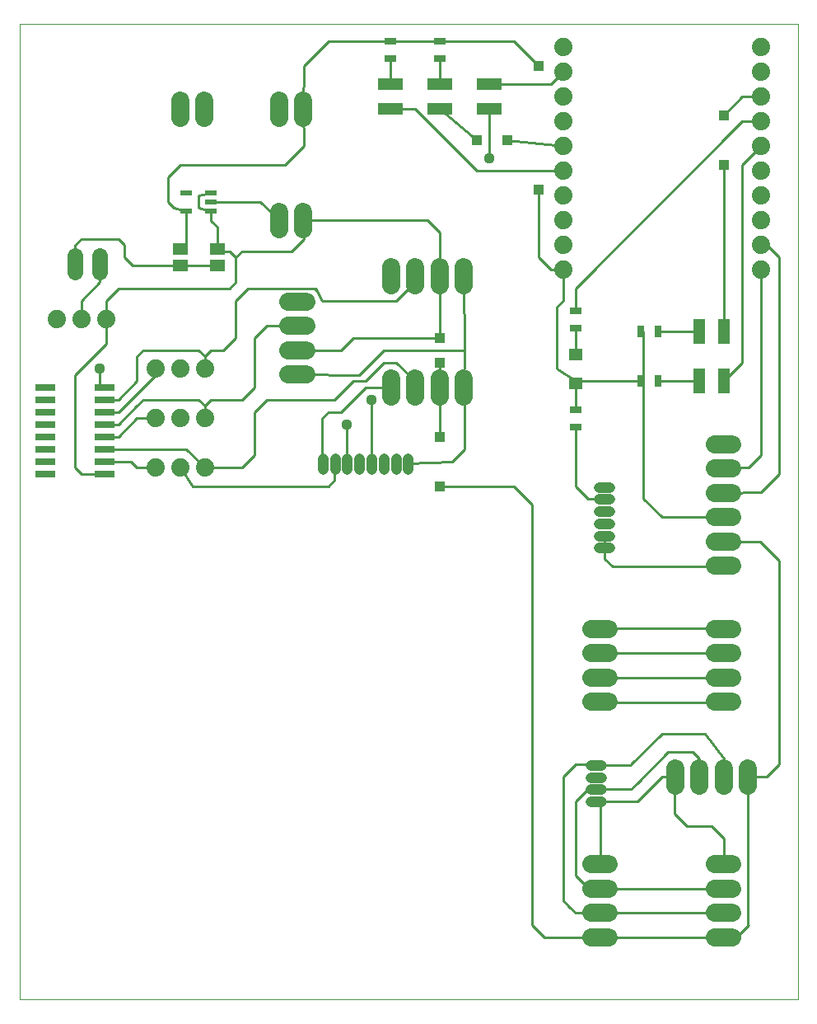
<source format=gtl>
G75*
%MOIN*%
%OFA0B0*%
%FSLAX25Y25*%
%IPPOS*%
%LPD*%
%AMOC8*
5,1,8,0,0,1.08239X$1,22.5*
%
%ADD10C,0.00000*%
%ADD11R,0.05906X0.05118*%
%ADD12C,0.07205*%
%ADD13C,0.06400*%
%ADD14C,0.04369*%
%ADD15C,0.07400*%
%ADD16R,0.05512X0.04724*%
%ADD17R,0.10000X0.05000*%
%ADD18R,0.05000X0.10000*%
%ADD19R,0.04724X0.02165*%
%ADD20R,0.08000X0.02600*%
%ADD21R,0.04724X0.03150*%
%ADD22R,0.03150X0.04724*%
%ADD23C,0.01000*%
%ADD24C,0.04400*%
%ADD25R,0.04362X0.04362*%
D10*
X0032595Y0001500D02*
X0032595Y0395831D01*
X0347556Y0395831D01*
X0347556Y0001500D01*
X0032595Y0001500D01*
D11*
X0097595Y0298154D03*
X0097595Y0304846D03*
X0112595Y0304846D03*
X0112595Y0298154D03*
D12*
X0137595Y0312898D02*
X0137595Y0320102D01*
X0147438Y0320102D02*
X0147438Y0312898D01*
X0148698Y0283685D02*
X0141493Y0283685D01*
X0141493Y0273843D02*
X0148698Y0273843D01*
X0148698Y0264000D02*
X0141493Y0264000D01*
X0141493Y0254157D02*
X0148698Y0254157D01*
X0182910Y0252602D02*
X0182910Y0245398D01*
X0192753Y0245398D02*
X0192753Y0252602D01*
X0202595Y0252602D02*
X0202595Y0245398D01*
X0212438Y0245398D02*
X0212438Y0252602D01*
X0212438Y0290398D02*
X0212438Y0297602D01*
X0202595Y0297602D02*
X0202595Y0290398D01*
X0192753Y0290398D02*
X0192753Y0297602D01*
X0182910Y0297602D02*
X0182910Y0290398D01*
X0147438Y0357898D02*
X0147438Y0365102D01*
X0137595Y0365102D02*
X0137595Y0357898D01*
X0107438Y0357898D02*
X0107438Y0365102D01*
X0097595Y0365102D02*
X0097595Y0357898D01*
X0263993Y0151343D02*
X0271198Y0151343D01*
X0271198Y0141500D02*
X0263993Y0141500D01*
X0263993Y0131657D02*
X0271198Y0131657D01*
X0271198Y0121815D02*
X0263993Y0121815D01*
X0297910Y0095102D02*
X0297910Y0087898D01*
X0307753Y0087898D02*
X0307753Y0095102D01*
X0317595Y0095102D02*
X0317595Y0087898D01*
X0327438Y0087898D02*
X0327438Y0095102D01*
X0321198Y0121815D02*
X0313993Y0121815D01*
X0313993Y0131657D02*
X0321198Y0131657D01*
X0321198Y0141500D02*
X0313993Y0141500D01*
X0313993Y0151343D02*
X0321198Y0151343D01*
X0321198Y0176815D02*
X0313993Y0176815D01*
X0313993Y0186657D02*
X0321198Y0186657D01*
X0321198Y0196500D02*
X0313993Y0196500D01*
X0313993Y0206343D02*
X0321198Y0206343D01*
X0321198Y0216185D02*
X0313993Y0216185D01*
X0313993Y0226028D02*
X0321198Y0226028D01*
X0321198Y0056185D02*
X0313993Y0056185D01*
X0313993Y0046343D02*
X0321198Y0046343D01*
X0321198Y0036500D02*
X0313993Y0036500D01*
X0313993Y0026657D02*
X0321198Y0026657D01*
X0271198Y0026657D02*
X0263993Y0026657D01*
X0263993Y0036500D02*
X0271198Y0036500D01*
X0271198Y0046343D02*
X0263993Y0046343D01*
X0263993Y0056185D02*
X0271198Y0056185D01*
D13*
X0065095Y0295800D02*
X0065095Y0302200D01*
X0055095Y0302200D02*
X0055095Y0295800D01*
D14*
X0155371Y0220456D02*
X0155371Y0216087D01*
X0160292Y0216087D02*
X0160292Y0220456D01*
X0165213Y0220456D02*
X0165213Y0216087D01*
X0170135Y0216087D02*
X0170135Y0220456D01*
X0175056Y0220456D02*
X0175056Y0216087D01*
X0179977Y0216087D02*
X0179977Y0220456D01*
X0184898Y0220456D02*
X0184898Y0216087D01*
X0189820Y0216087D02*
X0189820Y0220456D01*
X0267183Y0208803D02*
X0271551Y0208803D01*
X0271551Y0203882D02*
X0267183Y0203882D01*
X0267183Y0198961D02*
X0271551Y0198961D01*
X0271551Y0194039D02*
X0267183Y0194039D01*
X0267183Y0189118D02*
X0271551Y0189118D01*
X0271551Y0184197D02*
X0267183Y0184197D01*
X0268008Y0096382D02*
X0263639Y0096382D01*
X0263639Y0091461D02*
X0268008Y0091461D01*
X0268008Y0086539D02*
X0263639Y0086539D01*
X0263639Y0081618D02*
X0268008Y0081618D01*
D15*
X0107595Y0216500D03*
X0097595Y0216500D03*
X0087595Y0216500D03*
X0087595Y0236500D03*
X0097595Y0236500D03*
X0107595Y0236500D03*
X0107595Y0256500D03*
X0097595Y0256500D03*
X0087595Y0256500D03*
X0067595Y0276500D03*
X0057595Y0276500D03*
X0047595Y0276500D03*
X0252595Y0296500D03*
X0252595Y0306500D03*
X0252595Y0316500D03*
X0252595Y0326500D03*
X0252595Y0336500D03*
X0252595Y0346500D03*
X0252595Y0356500D03*
X0252595Y0366500D03*
X0252595Y0376500D03*
X0252595Y0386500D03*
X0332595Y0386500D03*
X0332595Y0376500D03*
X0332595Y0366500D03*
X0332595Y0356500D03*
X0332595Y0346500D03*
X0332595Y0336500D03*
X0332595Y0326500D03*
X0332595Y0316500D03*
X0332595Y0306500D03*
X0332595Y0296500D03*
D16*
X0257595Y0262406D03*
X0257595Y0250594D03*
D17*
X0222595Y0361500D03*
X0222595Y0371500D03*
X0202595Y0371500D03*
X0202595Y0361500D03*
X0182595Y0361500D03*
X0182595Y0371500D03*
D18*
X0307595Y0271500D03*
X0317595Y0271500D03*
X0317595Y0251500D03*
X0307595Y0251500D03*
D19*
X0110213Y0320260D03*
X0110213Y0324000D03*
X0110213Y0327740D03*
X0099977Y0327740D03*
X0099977Y0320260D03*
D20*
X0067195Y0249000D03*
X0067195Y0244000D03*
X0067195Y0239000D03*
X0067195Y0234000D03*
X0067195Y0229000D03*
X0067195Y0224000D03*
X0067195Y0219000D03*
X0067195Y0214000D03*
X0042995Y0214000D03*
X0042995Y0219000D03*
X0042995Y0224000D03*
X0042995Y0229000D03*
X0042995Y0234000D03*
X0042995Y0239000D03*
X0042995Y0244000D03*
X0042995Y0249000D03*
D21*
X0182595Y0381914D03*
X0182595Y0389000D03*
X0202595Y0389000D03*
X0202595Y0381914D03*
X0257595Y0280043D03*
X0257595Y0272957D03*
X0257595Y0240043D03*
X0257595Y0232957D03*
D22*
X0284052Y0251500D03*
X0291138Y0251500D03*
X0291138Y0271500D03*
X0284052Y0271500D03*
D23*
X0285095Y0271500D01*
X0285095Y0251500D01*
X0284052Y0251500D01*
X0282595Y0251500D01*
X0257595Y0251500D01*
X0257595Y0250594D01*
X0257595Y0240043D01*
X0257595Y0232957D02*
X0257595Y0209000D01*
X0262595Y0204000D01*
X0270095Y0204000D01*
X0269367Y0203882D01*
X0269367Y0189118D02*
X0269367Y0184197D01*
X0269367Y0179728D01*
X0272595Y0176500D01*
X0317280Y0176500D01*
X0317595Y0176815D01*
X0317595Y0186657D02*
X0332438Y0186657D01*
X0340095Y0179000D01*
X0340095Y0096500D01*
X0335095Y0091500D01*
X0327438Y0091500D01*
X0327438Y0031657D01*
X0327595Y0031500D01*
X0322595Y0026500D01*
X0317753Y0026500D01*
X0317595Y0026657D01*
X0267595Y0026657D01*
X0267438Y0026500D01*
X0245095Y0026500D01*
X0240095Y0031500D01*
X0240095Y0201500D01*
X0232595Y0209000D01*
X0227595Y0209000D01*
X0202595Y0209000D01*
X0207595Y0219000D02*
X0212595Y0224000D01*
X0212595Y0249000D01*
X0212438Y0249000D01*
X0212595Y0264000D01*
X0180095Y0264000D01*
X0170095Y0254000D01*
X0145095Y0254157D01*
X0145095Y0264000D02*
X0162595Y0264000D01*
X0167595Y0269000D01*
X0202595Y0269000D01*
X0202595Y0294000D01*
X0202595Y0309000D01*
X0202595Y0311500D01*
X0197595Y0316500D01*
X0147438Y0316500D01*
X0147595Y0316343D01*
X0147595Y0309000D01*
X0142595Y0304000D01*
X0122595Y0304000D01*
X0120095Y0301500D01*
X0117595Y0304000D01*
X0113442Y0304000D01*
X0112595Y0304846D01*
X0112595Y0314000D01*
X0110213Y0316382D01*
X0110213Y0320260D01*
X0105095Y0321500D01*
X0105095Y0326500D01*
X0110213Y0327740D01*
X0110213Y0324000D02*
X0110095Y0324000D01*
X0110213Y0324000D02*
X0130095Y0324000D01*
X0137595Y0316500D01*
X0140095Y0339000D02*
X0097595Y0339000D01*
X0092595Y0334000D01*
X0092595Y0324000D01*
X0095095Y0321500D01*
X0099977Y0320260D01*
X0100095Y0319000D01*
X0100095Y0306500D01*
X0097595Y0306500D01*
X0097595Y0304846D01*
X0097595Y0298154D02*
X0112595Y0298154D01*
X0120095Y0301500D02*
X0120095Y0291500D01*
X0117595Y0289000D01*
X0072595Y0289000D01*
X0067595Y0284000D01*
X0067595Y0276500D01*
X0067595Y0266500D01*
X0055095Y0254000D01*
X0055095Y0219000D01*
X0055095Y0216500D01*
X0057595Y0214000D01*
X0062595Y0214000D01*
X0067195Y0214000D01*
X0065095Y0214000D01*
X0067195Y0214000D01*
X0067195Y0219000D02*
X0077595Y0219000D01*
X0080095Y0216500D01*
X0087595Y0216500D01*
X0097595Y0216500D02*
X0102595Y0209000D01*
X0157595Y0209000D01*
X0160095Y0211500D01*
X0160095Y0218075D01*
X0160292Y0218272D01*
X0155371Y0218272D02*
X0155371Y0218724D01*
X0155095Y0219000D01*
X0155095Y0236500D01*
X0157595Y0239000D01*
X0162595Y0239000D01*
X0172595Y0249000D01*
X0175095Y0249000D01*
X0182910Y0249000D01*
X0175095Y0244000D02*
X0175095Y0219000D01*
X0175056Y0218272D01*
X0165213Y0218272D02*
X0165095Y0219000D01*
X0165095Y0234000D01*
X0160095Y0244000D02*
X0167595Y0251500D01*
X0172595Y0251500D01*
X0180095Y0259000D01*
X0185095Y0259000D01*
X0192595Y0251500D01*
X0192595Y0249000D01*
X0192753Y0249000D01*
X0202595Y0249000D02*
X0202595Y0259000D01*
X0212595Y0264000D02*
X0212438Y0294000D01*
X0192753Y0294000D02*
X0192595Y0294000D01*
X0192595Y0291500D01*
X0185095Y0284000D01*
X0155095Y0284000D01*
X0153095Y0288000D01*
X0152095Y0289000D01*
X0125095Y0289000D01*
X0120095Y0284000D01*
X0120095Y0276500D01*
X0120095Y0269000D01*
X0115095Y0264000D01*
X0110095Y0264000D01*
X0107595Y0261500D01*
X0105095Y0264000D01*
X0082595Y0264000D01*
X0080095Y0261500D01*
X0080095Y0251500D01*
X0072595Y0244000D01*
X0067595Y0244000D01*
X0065095Y0244000D01*
X0067195Y0244000D01*
X0067195Y0239000D02*
X0065095Y0239000D01*
X0067195Y0239000D02*
X0072595Y0239000D01*
X0087595Y0254000D01*
X0087595Y0256500D01*
X0085095Y0244000D02*
X0082595Y0244000D01*
X0080095Y0241500D01*
X0072595Y0234000D01*
X0067195Y0234000D01*
X0067195Y0229000D02*
X0065095Y0229000D01*
X0067195Y0229000D02*
X0072595Y0229000D01*
X0080095Y0236500D01*
X0082595Y0236500D01*
X0087595Y0236500D01*
X0085095Y0244000D02*
X0105095Y0244000D01*
X0107595Y0241500D01*
X0110095Y0244000D01*
X0122595Y0244000D01*
X0127595Y0249000D01*
X0127595Y0259000D01*
X0127595Y0266500D01*
X0127595Y0269000D01*
X0132595Y0274000D01*
X0144938Y0274000D01*
X0145095Y0273843D01*
X0153095Y0288000D02*
X0152595Y0289000D01*
X0160095Y0244000D02*
X0132595Y0244000D01*
X0127595Y0239000D01*
X0127595Y0221500D01*
X0122595Y0216500D01*
X0107595Y0216500D01*
X0100095Y0224000D01*
X0065095Y0224000D01*
X0067195Y0224000D01*
X0067195Y0249000D02*
X0065095Y0249000D01*
X0065095Y0256500D01*
X0057595Y0276500D02*
X0057595Y0284000D01*
X0065095Y0291500D01*
X0065095Y0299000D01*
X0060095Y0309000D02*
X0057595Y0309000D01*
X0055095Y0306500D01*
X0055095Y0299000D01*
X0060095Y0309000D02*
X0072595Y0309000D01*
X0075095Y0306500D01*
X0075095Y0301500D01*
X0078442Y0298154D01*
X0097595Y0298154D01*
X0107595Y0261500D02*
X0107595Y0259000D01*
X0107595Y0256500D01*
X0107595Y0241500D02*
X0107595Y0236500D01*
X0189820Y0218272D02*
X0207595Y0219000D01*
X0202595Y0229000D02*
X0202595Y0249000D01*
X0247595Y0296500D02*
X0252595Y0296500D01*
X0252595Y0284000D01*
X0250095Y0281500D01*
X0250095Y0256500D01*
X0257595Y0251500D01*
X0257595Y0262406D02*
X0257595Y0272957D01*
X0257595Y0280043D02*
X0257595Y0289000D01*
X0325095Y0356500D01*
X0332595Y0356500D01*
X0332595Y0366500D02*
X0325095Y0366500D01*
X0317595Y0359000D01*
X0332595Y0346500D02*
X0325095Y0339000D01*
X0325095Y0259000D01*
X0317595Y0251500D01*
X0307595Y0251500D02*
X0292595Y0251500D01*
X0291138Y0251500D01*
X0285095Y0251500D02*
X0285095Y0229000D01*
X0285095Y0204000D01*
X0292595Y0196500D01*
X0317595Y0196500D01*
X0317595Y0206343D02*
X0332595Y0206500D01*
X0340095Y0214000D01*
X0340095Y0301500D01*
X0335095Y0306500D01*
X0332595Y0306500D01*
X0332595Y0296500D02*
X0332595Y0221500D01*
X0327595Y0216500D01*
X0317595Y0216185D01*
X0285095Y0251500D02*
X0284052Y0251500D01*
X0291138Y0271500D02*
X0307595Y0271500D01*
X0317595Y0271500D02*
X0317595Y0339000D01*
X0252595Y0336500D02*
X0217595Y0336500D01*
X0192595Y0361500D01*
X0182595Y0361500D01*
X0182595Y0371500D02*
X0182595Y0381500D01*
X0182595Y0381914D01*
X0182595Y0389000D02*
X0202595Y0389000D01*
X0232595Y0389000D01*
X0242595Y0379000D01*
X0247595Y0371500D02*
X0252595Y0376500D01*
X0247595Y0371500D02*
X0222595Y0371500D01*
X0222595Y0361500D02*
X0222595Y0341500D01*
X0217595Y0349000D02*
X0202595Y0361500D01*
X0202595Y0371500D02*
X0202595Y0381500D01*
X0202595Y0381914D01*
X0182595Y0389000D02*
X0157595Y0389000D01*
X0147595Y0379000D01*
X0147438Y0361500D01*
X0147595Y0346500D01*
X0140095Y0339000D01*
X0230095Y0349000D02*
X0252595Y0346500D01*
X0242595Y0329000D02*
X0242595Y0301500D01*
X0247595Y0296500D01*
X0267595Y0151500D02*
X0267595Y0151343D01*
X0267595Y0151500D02*
X0317595Y0151500D01*
X0317595Y0151343D01*
X0317595Y0141500D02*
X0267595Y0141500D01*
X0267595Y0131657D02*
X0267595Y0131500D01*
X0317595Y0131500D01*
X0317595Y0131657D01*
X0317595Y0121815D02*
X0317595Y0121500D01*
X0267595Y0121500D01*
X0267595Y0121815D01*
X0265095Y0096500D02*
X0257595Y0096500D01*
X0252595Y0091500D01*
X0252595Y0041500D01*
X0255095Y0039000D01*
X0257595Y0036500D01*
X0267595Y0036500D01*
X0317595Y0036500D01*
X0317595Y0046343D02*
X0267595Y0046343D01*
X0267595Y0046500D01*
X0262595Y0046500D01*
X0257595Y0051500D01*
X0257595Y0054000D01*
X0257595Y0081500D01*
X0262595Y0086500D01*
X0265823Y0086539D01*
X0265095Y0086500D01*
X0280095Y0086500D01*
X0282595Y0089000D01*
X0295095Y0101500D01*
X0305095Y0101500D01*
X0307595Y0099000D01*
X0307595Y0091500D01*
X0307753Y0091500D01*
X0317595Y0091500D02*
X0317595Y0099000D01*
X0310095Y0109000D01*
X0292595Y0109000D01*
X0280095Y0096500D01*
X0279977Y0096382D01*
X0265823Y0096382D01*
X0265213Y0096382D01*
X0265095Y0096500D01*
X0265823Y0081618D02*
X0267595Y0081500D01*
X0282595Y0081500D01*
X0292595Y0091500D01*
X0297910Y0091500D01*
X0297595Y0091185D01*
X0297595Y0076500D01*
X0302595Y0071500D01*
X0312595Y0071500D01*
X0317595Y0066500D01*
X0317595Y0056185D01*
X0267595Y0056500D02*
X0267595Y0056185D01*
X0267595Y0056500D02*
X0267595Y0081500D01*
X0265823Y0081618D01*
D24*
X0165095Y0234000D03*
X0175095Y0244000D03*
X0222595Y0341500D03*
X0065095Y0256500D03*
D25*
X0202595Y0259000D03*
X0202595Y0269000D03*
X0202595Y0229000D03*
X0202595Y0209000D03*
X0242595Y0329000D03*
X0230095Y0349000D03*
X0217595Y0349000D03*
X0242595Y0379000D03*
X0317595Y0359000D03*
X0317595Y0339000D03*
M02*

</source>
